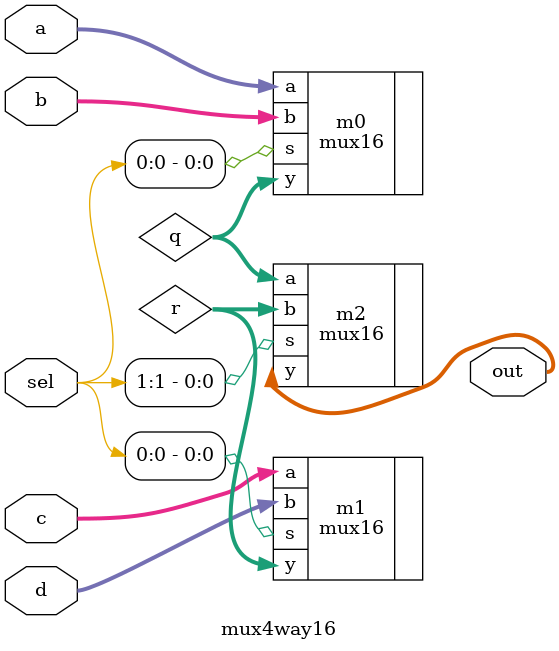
<source format=v>
module mux4way16(
    input [15:0] a, 
    input [15:0] b, 
    input [15:0] c, 
    input [15:0] d, 
    input [1:0] sel, 
    output [15:0] out
);
    wire [15:0] q, r;
    
    // First level: choose between a,b and c,d
    mux16 m0(.a(a), .b(b), .s(sel[0]), .y(q));
    mux16 m1(.a(c), .b(d), .s(sel[0]), .y(r));
    
    // Second level: choose between q and r
    mux16 m2(.a(q), .b(r), .s(sel[1]), .y(out));
endmodule

</source>
